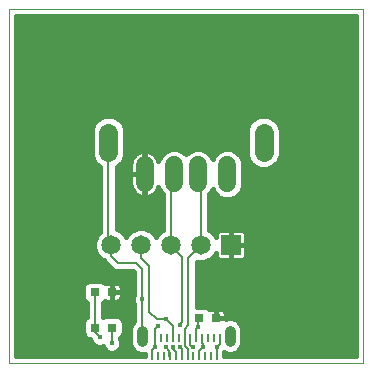
<source format=gtl>
G75*
%MOIN*%
%OFA0B0*%
%FSLAX25Y25*%
%IPPOS*%
%LPD*%
%AMOC8*
5,1,8,0,0,1.08239X$1,22.5*
%
%ADD10C,0.00000*%
%ADD11R,0.01102X0.03150*%
%ADD12C,0.03543*%
%ADD13C,0.05906*%
%ADD14C,0.06457*%
%ADD15R,0.06500X0.06500*%
%ADD16C,0.06500*%
%ADD17R,0.03150X0.02756*%
%ADD18C,0.01575*%
%ADD19C,0.01600*%
%ADD20C,0.00600*%
%ADD21C,0.00800*%
D10*
X0032280Y0051256D02*
X0032280Y0169366D01*
X0150390Y0169366D01*
X0150390Y0051256D01*
X0032280Y0051256D01*
D11*
X0080016Y0053618D03*
X0081985Y0053618D03*
X0083953Y0053618D03*
X0085922Y0053618D03*
X0087890Y0053618D03*
X0089859Y0053618D03*
X0091827Y0053618D03*
X0093796Y0053618D03*
X0095764Y0053618D03*
X0097733Y0053618D03*
X0099701Y0053618D03*
X0101670Y0053618D03*
X0102654Y0059524D03*
X0100686Y0059524D03*
X0098717Y0059524D03*
X0096749Y0059524D03*
X0094780Y0059524D03*
X0092812Y0059524D03*
X0090843Y0059524D03*
X0088875Y0059524D03*
X0086906Y0059524D03*
X0084938Y0059524D03*
X0082969Y0059524D03*
X0081001Y0059524D03*
D12*
X0076768Y0058539D02*
X0076768Y0062083D01*
X0105902Y0062083D02*
X0105902Y0058539D01*
D13*
X0105115Y0111295D02*
X0105115Y0117201D01*
X0095272Y0117201D02*
X0095272Y0111295D01*
X0087398Y0111295D02*
X0087398Y0117201D01*
X0077556Y0117201D02*
X0077556Y0111295D01*
D14*
X0065469Y0121650D02*
X0065469Y0128106D01*
X0117201Y0128106D02*
X0117201Y0121650D01*
D15*
X0106296Y0090626D03*
D16*
X0096296Y0090626D03*
X0086296Y0090626D03*
X0076296Y0090626D03*
X0066296Y0090626D03*
D17*
X0066532Y0074878D03*
X0061020Y0074878D03*
X0061020Y0063067D03*
X0066532Y0063067D03*
X0095666Y0066217D03*
X0101178Y0066217D03*
D18*
X0095272Y0063461D03*
X0089170Y0063854D03*
X0084642Y0065823D03*
X0081886Y0063657D03*
X0081099Y0056571D03*
X0084642Y0056571D03*
X0087005Y0056571D03*
X0089170Y0056571D03*
X0093501Y0056571D03*
X0097044Y0056571D03*
X0101572Y0056571D03*
X0076768Y0072516D03*
X0066532Y0057949D03*
X0062595Y0059917D03*
D19*
X0063535Y0056856D02*
X0063830Y0056143D01*
X0064727Y0055247D01*
X0065898Y0054761D01*
X0067166Y0054761D01*
X0068338Y0055247D01*
X0069234Y0056143D01*
X0069720Y0057315D01*
X0069720Y0058583D01*
X0069304Y0059587D01*
X0069466Y0059654D01*
X0070142Y0060329D01*
X0070507Y0061212D01*
X0070507Y0064922D01*
X0070142Y0065804D01*
X0069466Y0066479D01*
X0068584Y0066845D01*
X0064480Y0066845D01*
X0063820Y0066572D01*
X0063820Y0071410D01*
X0063955Y0071465D01*
X0064301Y0071812D01*
X0064720Y0071700D01*
X0066532Y0071700D01*
X0066532Y0074878D01*
X0066532Y0078056D01*
X0064720Y0078056D01*
X0064301Y0077944D01*
X0063955Y0078291D01*
X0063073Y0078656D01*
X0058968Y0078656D01*
X0058086Y0078291D01*
X0057411Y0077615D01*
X0057046Y0076733D01*
X0057046Y0073023D01*
X0057411Y0072141D01*
X0058086Y0071465D01*
X0058220Y0071410D01*
X0058220Y0066535D01*
X0058086Y0066479D01*
X0057411Y0065804D01*
X0057046Y0064922D01*
X0057046Y0061212D01*
X0057411Y0060329D01*
X0058086Y0059654D01*
X0058968Y0059289D01*
X0059405Y0059289D01*
X0059408Y0059286D01*
X0059408Y0059283D01*
X0059893Y0058112D01*
X0060790Y0057215D01*
X0061961Y0056730D01*
X0063229Y0056730D01*
X0063535Y0056856D01*
X0063922Y0056051D02*
X0034680Y0056051D01*
X0034680Y0054453D02*
X0075733Y0054453D01*
X0075939Y0054368D02*
X0077598Y0054368D01*
X0077665Y0054395D01*
X0077665Y0053656D01*
X0034680Y0053656D01*
X0034680Y0166966D01*
X0147990Y0166966D01*
X0147990Y0053656D01*
X0104021Y0053656D01*
X0104021Y0054803D01*
X0105072Y0054368D01*
X0106732Y0054368D01*
X0108265Y0055003D01*
X0109439Y0056176D01*
X0110074Y0057710D01*
X0110074Y0062912D01*
X0109439Y0064446D01*
X0108265Y0065619D01*
X0106732Y0066254D01*
X0105072Y0066254D01*
X0104553Y0066039D01*
X0104553Y0066216D01*
X0101178Y0066216D01*
X0101178Y0066217D01*
X0101178Y0066217D01*
X0101178Y0069394D01*
X0102990Y0069394D01*
X0103447Y0069272D01*
X0103858Y0069035D01*
X0104193Y0068700D01*
X0104430Y0068289D01*
X0104553Y0067831D01*
X0104553Y0066217D01*
X0101178Y0066217D01*
X0101178Y0069394D01*
X0099366Y0069394D01*
X0098947Y0069282D01*
X0098600Y0069629D01*
X0097718Y0069994D01*
X0094923Y0069994D01*
X0094923Y0085079D01*
X0095172Y0084976D01*
X0097420Y0084976D01*
X0099496Y0085836D01*
X0101086Y0087426D01*
X0101246Y0087812D01*
X0101246Y0087139D01*
X0101369Y0086681D01*
X0101606Y0086271D01*
X0101941Y0085936D01*
X0102351Y0085699D01*
X0102809Y0085576D01*
X0106221Y0085576D01*
X0106221Y0090551D01*
X0106371Y0090551D01*
X0106371Y0090701D01*
X0111346Y0090701D01*
X0111346Y0094113D01*
X0111223Y0094571D01*
X0110986Y0094981D01*
X0110651Y0095316D01*
X0110241Y0095553D01*
X0109783Y0095676D01*
X0106371Y0095676D01*
X0106371Y0090701D01*
X0106221Y0090701D01*
X0106221Y0095676D01*
X0102809Y0095676D01*
X0102351Y0095553D01*
X0101941Y0095316D01*
X0101606Y0094981D01*
X0101369Y0094571D01*
X0101246Y0094113D01*
X0101246Y0093440D01*
X0101086Y0093826D01*
X0099496Y0095416D01*
X0099096Y0095582D01*
X0099096Y0107549D01*
X0099810Y0108263D01*
X0100194Y0109189D01*
X0100577Y0108263D01*
X0102083Y0106757D01*
X0104050Y0105943D01*
X0106180Y0105943D01*
X0108147Y0106757D01*
X0109653Y0108263D01*
X0110468Y0110231D01*
X0110468Y0118266D01*
X0109653Y0120233D01*
X0108147Y0121739D01*
X0106180Y0122554D01*
X0104050Y0122554D01*
X0102083Y0121739D01*
X0100577Y0120233D01*
X0100194Y0119307D01*
X0099810Y0120233D01*
X0098304Y0121739D01*
X0096337Y0122554D01*
X0094208Y0122554D01*
X0092240Y0121739D01*
X0091335Y0120834D01*
X0090430Y0121739D01*
X0088463Y0122554D01*
X0086334Y0122554D01*
X0084366Y0121739D01*
X0082860Y0120233D01*
X0082136Y0118484D01*
X0081960Y0119025D01*
X0081621Y0119692D01*
X0081181Y0120297D01*
X0080652Y0120826D01*
X0080047Y0121266D01*
X0079380Y0121605D01*
X0078669Y0121837D01*
X0077930Y0121954D01*
X0077661Y0121954D01*
X0077661Y0114354D01*
X0077450Y0114354D01*
X0077450Y0121954D01*
X0077182Y0121954D01*
X0076443Y0121837D01*
X0075731Y0121605D01*
X0075065Y0121266D01*
X0074460Y0120826D01*
X0073931Y0120297D01*
X0073491Y0119692D01*
X0073151Y0119025D01*
X0072920Y0118314D01*
X0072803Y0117575D01*
X0072803Y0114354D01*
X0077450Y0114354D01*
X0077450Y0114142D01*
X0077661Y0114142D01*
X0077661Y0106543D01*
X0077930Y0106543D01*
X0078669Y0106660D01*
X0079380Y0106891D01*
X0080047Y0107230D01*
X0080652Y0107670D01*
X0081181Y0108199D01*
X0081621Y0108804D01*
X0081960Y0109471D01*
X0082136Y0110012D01*
X0082860Y0108263D01*
X0083496Y0107628D01*
X0083496Y0095582D01*
X0083095Y0095416D01*
X0081506Y0093826D01*
X0081296Y0093319D01*
X0081086Y0093826D01*
X0079496Y0095416D01*
X0077420Y0096276D01*
X0075172Y0096276D01*
X0073095Y0095416D01*
X0071506Y0093826D01*
X0071296Y0093319D01*
X0071086Y0093826D01*
X0069496Y0095416D01*
X0068269Y0095924D01*
X0068269Y0116717D01*
X0068657Y0116878D01*
X0070241Y0118461D01*
X0071097Y0120530D01*
X0071097Y0129226D01*
X0070241Y0131295D01*
X0068657Y0132878D01*
X0066589Y0133735D01*
X0064350Y0133735D01*
X0062281Y0132878D01*
X0060698Y0131295D01*
X0059841Y0129226D01*
X0059841Y0120530D01*
X0060698Y0118461D01*
X0062281Y0116878D01*
X0062669Y0116717D01*
X0062669Y0094990D01*
X0061506Y0093826D01*
X0060646Y0091750D01*
X0060646Y0089502D01*
X0061506Y0087426D01*
X0063095Y0085836D01*
X0063845Y0085526D01*
X0063922Y0085339D01*
X0064710Y0084551D01*
X0066915Y0082347D01*
X0067944Y0081920D01*
X0073640Y0081920D01*
X0073968Y0081592D01*
X0073968Y0074085D01*
X0073581Y0073150D01*
X0073581Y0071882D01*
X0073968Y0070946D01*
X0073968Y0065182D01*
X0073232Y0064446D01*
X0072597Y0062912D01*
X0072597Y0057710D01*
X0073232Y0056176D01*
X0074405Y0055003D01*
X0075939Y0054368D01*
X0073357Y0056051D02*
X0069142Y0056051D01*
X0069720Y0057650D02*
X0072621Y0057650D01*
X0072597Y0059248D02*
X0069444Y0059248D01*
X0070356Y0060847D02*
X0072597Y0060847D01*
X0072597Y0062445D02*
X0070507Y0062445D01*
X0070507Y0064044D02*
X0073065Y0064044D01*
X0073968Y0065643D02*
X0070209Y0065643D01*
X0073968Y0067241D02*
X0063820Y0067241D01*
X0063820Y0068840D02*
X0073968Y0068840D01*
X0073968Y0070438D02*
X0063820Y0070438D01*
X0066532Y0071700D02*
X0066532Y0074878D01*
X0066532Y0074878D01*
X0066532Y0074878D01*
X0066532Y0078056D01*
X0068344Y0078056D01*
X0068802Y0077933D01*
X0069212Y0077696D01*
X0069547Y0077361D01*
X0069784Y0076951D01*
X0069907Y0076493D01*
X0069907Y0074878D01*
X0066532Y0074878D01*
X0066532Y0074878D01*
X0069907Y0074878D01*
X0069907Y0073263D01*
X0069784Y0072805D01*
X0069547Y0072395D01*
X0069212Y0072060D01*
X0068802Y0071823D01*
X0068344Y0071700D01*
X0066532Y0071700D01*
X0066532Y0072037D02*
X0066532Y0072037D01*
X0066532Y0073635D02*
X0066532Y0073635D01*
X0066532Y0075234D02*
X0066532Y0075234D01*
X0066532Y0076832D02*
X0066532Y0076832D01*
X0069816Y0076832D02*
X0073968Y0076832D01*
X0073968Y0075234D02*
X0069907Y0075234D01*
X0069907Y0073635D02*
X0073782Y0073635D01*
X0073581Y0072037D02*
X0069172Y0072037D01*
X0073968Y0078431D02*
X0063616Y0078431D01*
X0058424Y0078431D02*
X0034680Y0078431D01*
X0034680Y0080029D02*
X0073968Y0080029D01*
X0073933Y0081628D02*
X0034680Y0081628D01*
X0034680Y0083226D02*
X0066035Y0083226D01*
X0064437Y0084825D02*
X0034680Y0084825D01*
X0034680Y0086423D02*
X0062508Y0086423D01*
X0061259Y0088022D02*
X0034680Y0088022D01*
X0034680Y0089620D02*
X0060646Y0089620D01*
X0060646Y0091219D02*
X0034680Y0091219D01*
X0034680Y0092817D02*
X0061088Y0092817D01*
X0062095Y0094416D02*
X0034680Y0094416D01*
X0034680Y0096014D02*
X0062669Y0096014D01*
X0062669Y0097613D02*
X0034680Y0097613D01*
X0034680Y0099211D02*
X0062669Y0099211D01*
X0062669Y0100810D02*
X0034680Y0100810D01*
X0034680Y0102408D02*
X0062669Y0102408D01*
X0062669Y0104007D02*
X0034680Y0104007D01*
X0034680Y0105605D02*
X0062669Y0105605D01*
X0062669Y0107204D02*
X0034680Y0107204D01*
X0034680Y0108802D02*
X0062669Y0108802D01*
X0062669Y0110401D02*
X0034680Y0110401D01*
X0034680Y0111999D02*
X0062669Y0111999D01*
X0062669Y0113598D02*
X0034680Y0113598D01*
X0034680Y0115196D02*
X0062669Y0115196D01*
X0062482Y0116795D02*
X0034680Y0116795D01*
X0034680Y0118393D02*
X0060766Y0118393D01*
X0060064Y0119992D02*
X0034680Y0119992D01*
X0034680Y0121590D02*
X0059841Y0121590D01*
X0059841Y0123189D02*
X0034680Y0123189D01*
X0034680Y0124787D02*
X0059841Y0124787D01*
X0059841Y0126386D02*
X0034680Y0126386D01*
X0034680Y0127984D02*
X0059841Y0127984D01*
X0059989Y0129583D02*
X0034680Y0129583D01*
X0034680Y0131181D02*
X0060651Y0131181D01*
X0062183Y0132780D02*
X0034680Y0132780D01*
X0034680Y0134378D02*
X0147990Y0134378D01*
X0147990Y0132780D02*
X0120487Y0132780D01*
X0120390Y0132878D02*
X0118321Y0133735D01*
X0116082Y0133735D01*
X0114013Y0132878D01*
X0112430Y0131295D01*
X0111573Y0129226D01*
X0111573Y0120530D01*
X0112430Y0118461D01*
X0114013Y0116878D01*
X0116082Y0116021D01*
X0118321Y0116021D01*
X0120390Y0116878D01*
X0121973Y0118461D01*
X0122830Y0120530D01*
X0122830Y0129226D01*
X0121973Y0131295D01*
X0120390Y0132878D01*
X0122020Y0131181D02*
X0147990Y0131181D01*
X0147990Y0129583D02*
X0122682Y0129583D01*
X0122830Y0127984D02*
X0147990Y0127984D01*
X0147990Y0126386D02*
X0122830Y0126386D01*
X0122830Y0124787D02*
X0147990Y0124787D01*
X0147990Y0123189D02*
X0122830Y0123189D01*
X0122830Y0121590D02*
X0147990Y0121590D01*
X0147990Y0119992D02*
X0122607Y0119992D01*
X0121905Y0118393D02*
X0147990Y0118393D01*
X0147990Y0116795D02*
X0120189Y0116795D01*
X0114214Y0116795D02*
X0110468Y0116795D01*
X0110468Y0115196D02*
X0147990Y0115196D01*
X0147990Y0113598D02*
X0110468Y0113598D01*
X0110468Y0111999D02*
X0147990Y0111999D01*
X0147990Y0110401D02*
X0110468Y0110401D01*
X0109876Y0108802D02*
X0147990Y0108802D01*
X0147990Y0107204D02*
X0108593Y0107204D01*
X0101636Y0107204D02*
X0099096Y0107204D01*
X0099096Y0105605D02*
X0147990Y0105605D01*
X0147990Y0104007D02*
X0099096Y0104007D01*
X0099096Y0102408D02*
X0147990Y0102408D01*
X0147990Y0100810D02*
X0099096Y0100810D01*
X0099096Y0099211D02*
X0147990Y0099211D01*
X0147990Y0097613D02*
X0099096Y0097613D01*
X0099096Y0096014D02*
X0147990Y0096014D01*
X0147990Y0094416D02*
X0111265Y0094416D01*
X0111346Y0092817D02*
X0147990Y0092817D01*
X0147990Y0091219D02*
X0111346Y0091219D01*
X0111346Y0090551D02*
X0106371Y0090551D01*
X0106371Y0085576D01*
X0109783Y0085576D01*
X0110241Y0085699D01*
X0110651Y0085936D01*
X0110986Y0086271D01*
X0111223Y0086681D01*
X0111346Y0087139D01*
X0111346Y0090551D01*
X0111346Y0089620D02*
X0147990Y0089620D01*
X0147990Y0088022D02*
X0111346Y0088022D01*
X0111074Y0086423D02*
X0147990Y0086423D01*
X0147990Y0084825D02*
X0094923Y0084825D01*
X0094923Y0083226D02*
X0147990Y0083226D01*
X0147990Y0081628D02*
X0094923Y0081628D01*
X0094923Y0080029D02*
X0147990Y0080029D01*
X0147990Y0078431D02*
X0094923Y0078431D01*
X0094923Y0076832D02*
X0147990Y0076832D01*
X0147990Y0075234D02*
X0094923Y0075234D01*
X0094923Y0073635D02*
X0147990Y0073635D01*
X0147990Y0072037D02*
X0094923Y0072037D01*
X0094923Y0070438D02*
X0147990Y0070438D01*
X0147990Y0068840D02*
X0104053Y0068840D01*
X0104553Y0067241D02*
X0147990Y0067241D01*
X0147990Y0065643D02*
X0108209Y0065643D01*
X0109605Y0064044D02*
X0147990Y0064044D01*
X0147990Y0062445D02*
X0110074Y0062445D01*
X0110074Y0060847D02*
X0147990Y0060847D01*
X0147990Y0059248D02*
X0110074Y0059248D01*
X0110049Y0057650D02*
X0147990Y0057650D01*
X0147990Y0056051D02*
X0109314Y0056051D01*
X0106938Y0054453D02*
X0147990Y0054453D01*
X0106371Y0086423D02*
X0106221Y0086423D01*
X0106221Y0088022D02*
X0106371Y0088022D01*
X0106371Y0089620D02*
X0106221Y0089620D01*
X0106221Y0091219D02*
X0106371Y0091219D01*
X0106371Y0092817D02*
X0106221Y0092817D01*
X0106221Y0094416D02*
X0106371Y0094416D01*
X0101327Y0094416D02*
X0100496Y0094416D01*
X0100083Y0086423D02*
X0101518Y0086423D01*
X0101178Y0068840D02*
X0101178Y0068840D01*
X0101178Y0067241D02*
X0101178Y0067241D01*
X0104021Y0054453D02*
X0104867Y0054453D01*
X0082095Y0094416D02*
X0080496Y0094416D01*
X0078052Y0096014D02*
X0083496Y0096014D01*
X0083496Y0097613D02*
X0068269Y0097613D01*
X0068269Y0099211D02*
X0083496Y0099211D01*
X0083496Y0100810D02*
X0068269Y0100810D01*
X0068269Y0102408D02*
X0083496Y0102408D01*
X0083496Y0104007D02*
X0068269Y0104007D01*
X0068269Y0105605D02*
X0083496Y0105605D01*
X0083496Y0107204D02*
X0079995Y0107204D01*
X0081619Y0108802D02*
X0082637Y0108802D01*
X0077661Y0108802D02*
X0077450Y0108802D01*
X0077450Y0107204D02*
X0077661Y0107204D01*
X0077450Y0106543D02*
X0077450Y0114142D01*
X0072803Y0114142D01*
X0072803Y0110921D01*
X0072920Y0110182D01*
X0073151Y0109471D01*
X0073491Y0108804D01*
X0073931Y0108199D01*
X0074460Y0107670D01*
X0075065Y0107230D01*
X0075731Y0106891D01*
X0076443Y0106660D01*
X0077182Y0106543D01*
X0077450Y0106543D01*
X0075117Y0107204D02*
X0068269Y0107204D01*
X0068269Y0108802D02*
X0073492Y0108802D01*
X0072885Y0110401D02*
X0068269Y0110401D01*
X0068269Y0111999D02*
X0072803Y0111999D01*
X0072803Y0113598D02*
X0068269Y0113598D01*
X0068269Y0115196D02*
X0072803Y0115196D01*
X0072803Y0116795D02*
X0068456Y0116795D01*
X0070173Y0118393D02*
X0072946Y0118393D01*
X0073709Y0119992D02*
X0070875Y0119992D01*
X0071097Y0121590D02*
X0075702Y0121590D01*
X0077450Y0121590D02*
X0077661Y0121590D01*
X0077661Y0119992D02*
X0077450Y0119992D01*
X0077450Y0118393D02*
X0077661Y0118393D01*
X0077661Y0116795D02*
X0077450Y0116795D01*
X0077450Y0115196D02*
X0077661Y0115196D01*
X0077661Y0113598D02*
X0077450Y0113598D01*
X0077450Y0111999D02*
X0077661Y0111999D01*
X0077661Y0110401D02*
X0077450Y0110401D01*
X0081403Y0119992D02*
X0082761Y0119992D01*
X0084218Y0121590D02*
X0079409Y0121590D01*
X0071097Y0123189D02*
X0111573Y0123189D01*
X0111573Y0124787D02*
X0071097Y0124787D01*
X0071097Y0126386D02*
X0111573Y0126386D01*
X0111573Y0127984D02*
X0071097Y0127984D01*
X0070950Y0129583D02*
X0111721Y0129583D01*
X0112383Y0131181D02*
X0070287Y0131181D01*
X0068755Y0132780D02*
X0113915Y0132780D01*
X0111573Y0121590D02*
X0108295Y0121590D01*
X0109752Y0119992D02*
X0111796Y0119992D01*
X0112498Y0118393D02*
X0110415Y0118393D01*
X0101935Y0121590D02*
X0098453Y0121590D01*
X0099910Y0119992D02*
X0100477Y0119992D01*
X0092092Y0121590D02*
X0090579Y0121590D01*
X0100033Y0108802D02*
X0100354Y0108802D01*
X0074540Y0096014D02*
X0068269Y0096014D01*
X0070496Y0094416D02*
X0072095Y0094416D01*
X0057086Y0076832D02*
X0034680Y0076832D01*
X0034680Y0075234D02*
X0057046Y0075234D01*
X0057046Y0073635D02*
X0034680Y0073635D01*
X0034680Y0072037D02*
X0057515Y0072037D01*
X0058220Y0070438D02*
X0034680Y0070438D01*
X0034680Y0068840D02*
X0058220Y0068840D01*
X0058220Y0067241D02*
X0034680Y0067241D01*
X0034680Y0065643D02*
X0057344Y0065643D01*
X0057046Y0064044D02*
X0034680Y0064044D01*
X0034680Y0062445D02*
X0057046Y0062445D01*
X0057197Y0060847D02*
X0034680Y0060847D01*
X0034680Y0059248D02*
X0059422Y0059248D01*
X0060355Y0057650D02*
X0034680Y0057650D01*
X0034680Y0135977D02*
X0147990Y0135977D01*
X0147990Y0137576D02*
X0034680Y0137576D01*
X0034680Y0139174D02*
X0147990Y0139174D01*
X0147990Y0140773D02*
X0034680Y0140773D01*
X0034680Y0142371D02*
X0147990Y0142371D01*
X0147990Y0143970D02*
X0034680Y0143970D01*
X0034680Y0145568D02*
X0147990Y0145568D01*
X0147990Y0147167D02*
X0034680Y0147167D01*
X0034680Y0148765D02*
X0147990Y0148765D01*
X0147990Y0150364D02*
X0034680Y0150364D01*
X0034680Y0151962D02*
X0147990Y0151962D01*
X0147990Y0153561D02*
X0034680Y0153561D01*
X0034680Y0155159D02*
X0147990Y0155159D01*
X0147990Y0156758D02*
X0034680Y0156758D01*
X0034680Y0158356D02*
X0147990Y0158356D01*
X0147990Y0159955D02*
X0034680Y0159955D01*
X0034680Y0161553D02*
X0147990Y0161553D01*
X0147990Y0163152D02*
X0034680Y0163152D01*
X0034680Y0164750D02*
X0147990Y0164750D01*
X0147990Y0166349D02*
X0034680Y0166349D01*
D20*
X0095666Y0066217D02*
X0095272Y0065823D01*
X0095272Y0063461D01*
X0094780Y0062969D01*
X0094780Y0059524D01*
X0092812Y0059524D02*
X0092812Y0057260D01*
X0093501Y0056571D01*
X0091827Y0055882D02*
X0090843Y0056866D01*
X0090843Y0059524D01*
X0089170Y0056571D02*
X0089859Y0055882D01*
X0089859Y0053618D01*
X0087890Y0053618D02*
X0087890Y0055094D01*
X0087005Y0055980D01*
X0087005Y0056571D01*
X0085823Y0055193D02*
X0084642Y0056571D01*
X0085823Y0055193D02*
X0085823Y0053717D01*
X0085922Y0053618D01*
X0081099Y0056571D02*
X0081099Y0059425D01*
X0081001Y0059524D01*
X0081001Y0062772D01*
X0081886Y0063657D01*
X0081099Y0056571D02*
X0080016Y0055488D01*
X0080016Y0053618D01*
X0091827Y0053618D02*
X0091827Y0055882D01*
X0095764Y0055291D02*
X0095764Y0053618D01*
X0095764Y0055291D02*
X0097044Y0056571D01*
X0097044Y0057555D01*
X0096749Y0057850D01*
X0096749Y0059524D01*
X0101572Y0056571D02*
X0101572Y0053717D01*
X0101670Y0053618D01*
X0101572Y0056571D02*
X0102654Y0057654D01*
X0102654Y0059524D01*
X0066532Y0057949D02*
X0066532Y0063067D01*
X0062595Y0059917D02*
X0061020Y0061492D01*
X0061020Y0063067D01*
D21*
X0061020Y0074878D01*
X0068501Y0084720D02*
X0066296Y0086925D01*
X0066296Y0090626D01*
X0065469Y0091453D01*
X0065469Y0124878D01*
X0086296Y0113146D02*
X0087398Y0114248D01*
X0086296Y0113146D02*
X0086296Y0090626D01*
X0090154Y0086768D01*
X0090154Y0064839D01*
X0089170Y0063854D01*
X0090843Y0062575D02*
X0092123Y0063854D01*
X0092123Y0086453D01*
X0096296Y0090626D01*
X0096296Y0113224D01*
X0095272Y0114248D01*
X0076296Y0090626D02*
X0076296Y0086374D01*
X0079131Y0083539D01*
X0079131Y0068185D01*
X0081493Y0065823D01*
X0084642Y0065823D01*
X0086906Y0063559D01*
X0086906Y0059524D01*
X0090843Y0059524D02*
X0090843Y0062575D01*
X0076768Y0060311D02*
X0076768Y0072516D01*
X0076768Y0082752D01*
X0074800Y0084720D01*
X0068501Y0084720D01*
M02*

</source>
